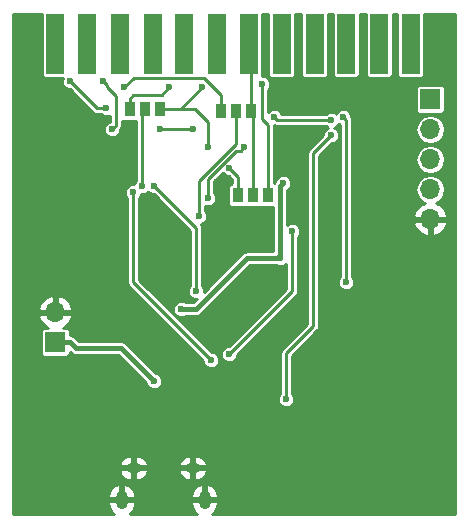
<source format=gbr>
G04 #@! TF.FileFunction,Copper,L2,Bot,Signal*
%FSLAX46Y46*%
G04 Gerber Fmt 4.6, Leading zero omitted, Abs format (unit mm)*
G04 Created by KiCad (PCBNEW 4.0.7) date Thursday, 17 May 2018 'PMt' 20:57:55*
%MOMM*%
%LPD*%
G01*
G04 APERTURE LIST*
%ADD10C,0.100000*%
%ADD11C,0.600000*%
%ADD12R,1.524000X5.080000*%
%ADD13O,1.250000X0.950000*%
%ADD14O,1.000000X1.550000*%
%ADD15R,1.700000X1.700000*%
%ADD16O,1.700000X1.700000*%
%ADD17R,0.965200X1.270000*%
%ADD18C,0.400000*%
%ADD19C,0.250000*%
%ADD20C,0.254000*%
G04 APERTURE END LIST*
D10*
D11*
X113284000Y-97536000D03*
X113538000Y-105410000D03*
X113284000Y-95250000D03*
X125984000Y-92964000D03*
X104394000Y-105410000D03*
X98298000Y-88138000D03*
X126238000Y-120650000D03*
X120904000Y-120650000D03*
X122936000Y-117094000D03*
X122428000Y-109220000D03*
X127508000Y-88900000D03*
X126238000Y-95758000D03*
X99060000Y-94742000D03*
X100584000Y-103124000D03*
X98552000Y-101600000D03*
D12*
X99568000Y-83185000D03*
X102235000Y-83185000D03*
X105029000Y-83185000D03*
X107823000Y-83185000D03*
X110490000Y-83185000D03*
X113284000Y-83185000D03*
X115951000Y-83185000D03*
X118745000Y-83185000D03*
X121539000Y-83185000D03*
X124206000Y-83185000D03*
X127000000Y-83185000D03*
X129667000Y-83185000D03*
D13*
X106211100Y-119087460D03*
X111211100Y-119087460D03*
D14*
X105211100Y-121787460D03*
X112211100Y-121787460D03*
D15*
X99568000Y-108458000D03*
D16*
X99568000Y-105918000D03*
D17*
X117602000Y-96012000D03*
X116332000Y-96012000D03*
X115062000Y-96012000D03*
D15*
X131318000Y-87884000D03*
D16*
X131318000Y-90424000D03*
X131318000Y-92964000D03*
X131318000Y-95504000D03*
X131318000Y-98044000D03*
D17*
X105854500Y-88709500D03*
X107124500Y-88709500D03*
X108394500Y-88709500D03*
X113601500Y-88900000D03*
X114871500Y-88900000D03*
X116141500Y-88900000D03*
D11*
X110236000Y-105664000D03*
X118872000Y-94996000D03*
X118618000Y-101346000D03*
X107950000Y-111760000D03*
X100838000Y-86360000D03*
X103886000Y-88646000D03*
X103632000Y-86360004D03*
X104394000Y-90424000D03*
X105409998Y-86868000D03*
X109220000Y-86868000D03*
X112522000Y-91948000D03*
X114300000Y-93726000D03*
X112014000Y-86868000D03*
X117094000Y-86614000D03*
X107950000Y-95250000D03*
X111506000Y-104140000D03*
X106172000Y-95758000D03*
X112776000Y-109982000D03*
X108458000Y-90424000D03*
X111252000Y-90424000D03*
X106934000Y-95250000D03*
X111721997Y-97790000D03*
X123952000Y-89408000D03*
X124206000Y-103378000D03*
X122936000Y-90932000D03*
X119126000Y-113284000D03*
X112522000Y-96266000D03*
X115570000Y-91948000D03*
X118110000Y-89408000D03*
X122936000Y-89662000D03*
X119634000Y-99060000D03*
X114300000Y-109474000D03*
D18*
X115824000Y-101346000D02*
X111506000Y-105664000D01*
X111506000Y-105664000D02*
X110236000Y-105664000D01*
X118618000Y-101346000D02*
X118618000Y-95250000D01*
X118618000Y-95250000D02*
X118872000Y-94996000D01*
X115824000Y-101346000D02*
X118618000Y-101346000D01*
X101326000Y-108966000D02*
X105156000Y-108966000D01*
X105156000Y-108966000D02*
X107950000Y-111760000D01*
X99568000Y-108458000D02*
X100818000Y-108458000D01*
X100818000Y-108458000D02*
X101326000Y-108966000D01*
D19*
X103886000Y-88646000D02*
X103124000Y-88646000D01*
X103124000Y-88646000D02*
X100838000Y-86360000D01*
X104394000Y-90424000D02*
X104693999Y-90124001D01*
X103931999Y-86660003D02*
X103632000Y-86360004D01*
X104693999Y-87585001D02*
X103931999Y-86823001D01*
X103931999Y-86823001D02*
X103931999Y-86660003D01*
X104693999Y-90124001D02*
X104693999Y-87585001D01*
X106217997Y-86060001D02*
X105409998Y-86868000D01*
X112131003Y-86060001D02*
X106217997Y-86060001D01*
X113601500Y-87530498D02*
X112131003Y-86060001D01*
X113601500Y-88900000D02*
X113601500Y-87530498D01*
X106185995Y-87493005D02*
X108594995Y-87493005D01*
X108594995Y-87493005D02*
X109220000Y-86868000D01*
X105854500Y-87824500D02*
X106185995Y-87493005D01*
X105854500Y-88709500D02*
X105854500Y-87824500D01*
X112522000Y-91948000D02*
X112522000Y-89825002D01*
X112522000Y-89825002D02*
X111406498Y-88709500D01*
X111406498Y-88709500D02*
X108394500Y-88709500D01*
X115062000Y-96012000D02*
X115062000Y-94488000D01*
X115062000Y-94488000D02*
X114300000Y-93726000D01*
X108394500Y-88709500D02*
X110172500Y-88709500D01*
X110172500Y-88709500D02*
X112014000Y-86868000D01*
X117602000Y-96012000D02*
X117602000Y-90079002D01*
X117602000Y-90079002D02*
X117094000Y-89571002D01*
X117094000Y-89571002D02*
X117094000Y-86614000D01*
X117348000Y-95758000D02*
X117602000Y-96012000D01*
X116141500Y-88900000D02*
X116141500Y-83375500D01*
X116141500Y-83375500D02*
X115951000Y-83185000D01*
X116332000Y-96012000D02*
X116332000Y-89090500D01*
X116332000Y-89090500D02*
X116141500Y-88900000D01*
X116332000Y-83566000D02*
X115951000Y-83185000D01*
X111506000Y-104140000D02*
X111506000Y-98806000D01*
X111506000Y-98806000D02*
X107950000Y-95250000D01*
X112776000Y-109982000D02*
X106172000Y-103378000D01*
X106172000Y-103378000D02*
X106172000Y-95758000D01*
X111252000Y-90424000D02*
X108458000Y-90424000D01*
X106934000Y-95250000D02*
X106934000Y-88900000D01*
X106934000Y-88900000D02*
X107124500Y-88709500D01*
X111721997Y-97790000D02*
X111721997Y-94780003D01*
X111721997Y-94780003D02*
X114871500Y-91630500D01*
X114871500Y-91630500D02*
X114871500Y-88900000D01*
X124206000Y-103378000D02*
X124206000Y-89662000D01*
X124206000Y-89662000D02*
X123952000Y-89408000D01*
X121412000Y-107097002D02*
X121412000Y-92456000D01*
X121412000Y-92456000D02*
X122936000Y-90932000D01*
X119126000Y-113284000D02*
X119126000Y-109383002D01*
X119126000Y-109383002D02*
X121412000Y-107097002D01*
X115570000Y-91948000D02*
X115270001Y-92247999D01*
X114890411Y-92247999D02*
X112522000Y-94616410D01*
X115270001Y-92247999D02*
X114890411Y-92247999D01*
X112522000Y-94616410D02*
X112522000Y-96266000D01*
X122936000Y-89662000D02*
X118364000Y-89662000D01*
X118364000Y-89662000D02*
X118110000Y-89408000D01*
X114300000Y-109474000D02*
X119634000Y-104140000D01*
X119634000Y-104140000D02*
X119634000Y-99060000D01*
D20*
G36*
X98417536Y-85725000D02*
X98444103Y-85866190D01*
X98527546Y-85995865D01*
X98654866Y-86082859D01*
X98806000Y-86113464D01*
X100202994Y-86113464D01*
X100157118Y-86223946D01*
X100156882Y-86494865D01*
X100260339Y-86745252D01*
X100451741Y-86936987D01*
X100701946Y-87040882D01*
X100803378Y-87040970D01*
X102766204Y-89003796D01*
X102930362Y-89113483D01*
X103124000Y-89152000D01*
X103428877Y-89152000D01*
X103499741Y-89222987D01*
X103749946Y-89326882D01*
X104020865Y-89327118D01*
X104187999Y-89258060D01*
X104187999Y-89772275D01*
X104008748Y-89846339D01*
X103817013Y-90037741D01*
X103713118Y-90287946D01*
X103712882Y-90558865D01*
X103816339Y-90809252D01*
X104007741Y-91000987D01*
X104257946Y-91104882D01*
X104528865Y-91105118D01*
X104779252Y-91001661D01*
X104970987Y-90810259D01*
X105074882Y-90560054D01*
X105074980Y-90447097D01*
X105136509Y-90355013D01*
X105161482Y-90317639D01*
X105199999Y-90124001D01*
X105199999Y-89688170D01*
X105220766Y-89702359D01*
X105371900Y-89732964D01*
X106337100Y-89732964D01*
X106428000Y-89715860D01*
X106428000Y-94792877D01*
X106357013Y-94863741D01*
X106268425Y-95077083D01*
X106037135Y-95076882D01*
X105786748Y-95180339D01*
X105595013Y-95371741D01*
X105491118Y-95621946D01*
X105490882Y-95892865D01*
X105594339Y-96143252D01*
X105666000Y-96215038D01*
X105666000Y-103378000D01*
X105704517Y-103571638D01*
X105814204Y-103735796D01*
X112094969Y-110016561D01*
X112094882Y-110116865D01*
X112198339Y-110367252D01*
X112389741Y-110558987D01*
X112639946Y-110662882D01*
X112910865Y-110663118D01*
X113161252Y-110559661D01*
X113352987Y-110368259D01*
X113456882Y-110118054D01*
X113457118Y-109847135D01*
X113353661Y-109596748D01*
X113162259Y-109405013D01*
X112912054Y-109301118D01*
X112810622Y-109301030D01*
X106678000Y-103168408D01*
X106678000Y-96215123D01*
X106748987Y-96144259D01*
X106837575Y-95930917D01*
X107068865Y-95931118D01*
X107319252Y-95827661D01*
X107442046Y-95705080D01*
X107563741Y-95826987D01*
X107813946Y-95930882D01*
X107915378Y-95930970D01*
X111000000Y-99015592D01*
X111000000Y-103682877D01*
X110929013Y-103753741D01*
X110825118Y-104003946D01*
X110824882Y-104274865D01*
X110928339Y-104525252D01*
X111119741Y-104716987D01*
X111369946Y-104820882D01*
X111527323Y-104821019D01*
X111265342Y-105083000D01*
X110612595Y-105083000D01*
X110372054Y-104983118D01*
X110101135Y-104982882D01*
X109850748Y-105086339D01*
X109659013Y-105277741D01*
X109555118Y-105527946D01*
X109554882Y-105798865D01*
X109658339Y-106049252D01*
X109849741Y-106240987D01*
X110099946Y-106344882D01*
X110370865Y-106345118D01*
X110613171Y-106245000D01*
X111506000Y-106245000D01*
X111728339Y-106200774D01*
X111916829Y-106074829D01*
X116064658Y-101927000D01*
X118241405Y-101927000D01*
X118481946Y-102026882D01*
X118752865Y-102027118D01*
X119003252Y-101923661D01*
X119128000Y-101799130D01*
X119128000Y-103930408D01*
X114265439Y-108792969D01*
X114165135Y-108792882D01*
X113914748Y-108896339D01*
X113723013Y-109087741D01*
X113619118Y-109337946D01*
X113618882Y-109608865D01*
X113722339Y-109859252D01*
X113913741Y-110050987D01*
X114163946Y-110154882D01*
X114434865Y-110155118D01*
X114685252Y-110051661D01*
X114876987Y-109860259D01*
X114980882Y-109610054D01*
X114980970Y-109508622D01*
X119991796Y-104497796D01*
X120101483Y-104333638D01*
X120140000Y-104140000D01*
X120140000Y-99517123D01*
X120210987Y-99446259D01*
X120314882Y-99196054D01*
X120315118Y-98925135D01*
X120211661Y-98674748D01*
X120020259Y-98483013D01*
X119770054Y-98379118D01*
X119499135Y-98378882D01*
X119248748Y-98482339D01*
X119199000Y-98532001D01*
X119199000Y-95597730D01*
X119257252Y-95573661D01*
X119448987Y-95382259D01*
X119552882Y-95132054D01*
X119553118Y-94861135D01*
X119449661Y-94610748D01*
X119258259Y-94419013D01*
X119008054Y-94315118D01*
X118737135Y-94314882D01*
X118486748Y-94418339D01*
X118295013Y-94609741D01*
X118191118Y-94859946D01*
X118191115Y-94863200D01*
X118108000Y-94987591D01*
X118108000Y-90088999D01*
X118109775Y-90089000D01*
X118170362Y-90129483D01*
X118364000Y-90168000D01*
X122478877Y-90168000D01*
X122549741Y-90238987D01*
X122689485Y-90297014D01*
X122550748Y-90354339D01*
X122359013Y-90545741D01*
X122255118Y-90795946D01*
X122255030Y-90897378D01*
X121054204Y-92098204D01*
X120944517Y-92262362D01*
X120906000Y-92456000D01*
X120906000Y-106887410D01*
X118768204Y-109025206D01*
X118658517Y-109189364D01*
X118620000Y-109383002D01*
X118620000Y-112826877D01*
X118549013Y-112897741D01*
X118445118Y-113147946D01*
X118444882Y-113418865D01*
X118548339Y-113669252D01*
X118739741Y-113860987D01*
X118989946Y-113964882D01*
X119260865Y-113965118D01*
X119511252Y-113861661D01*
X119702987Y-113670259D01*
X119806882Y-113420054D01*
X119807118Y-113149135D01*
X119703661Y-112898748D01*
X119632000Y-112826962D01*
X119632000Y-109592594D01*
X121769796Y-107454798D01*
X121879483Y-107290640D01*
X121918000Y-107097002D01*
X121918000Y-92665592D01*
X122970561Y-91613031D01*
X123070865Y-91613118D01*
X123321252Y-91509661D01*
X123512987Y-91318259D01*
X123616882Y-91068054D01*
X123617118Y-90797135D01*
X123513661Y-90546748D01*
X123322259Y-90355013D01*
X123182515Y-90296986D01*
X123321252Y-90239661D01*
X123512987Y-90048259D01*
X123547039Y-89966253D01*
X123565741Y-89984987D01*
X123700000Y-90040737D01*
X123700000Y-102920877D01*
X123629013Y-102991741D01*
X123525118Y-103241946D01*
X123524882Y-103512865D01*
X123628339Y-103763252D01*
X123819741Y-103954987D01*
X124069946Y-104058882D01*
X124340865Y-104059118D01*
X124591252Y-103955661D01*
X124782987Y-103764259D01*
X124886882Y-103514054D01*
X124887118Y-103243135D01*
X124783661Y-102992748D01*
X124712000Y-102920962D01*
X124712000Y-98400890D01*
X129876524Y-98400890D01*
X130046355Y-98810924D01*
X130436642Y-99239183D01*
X130961108Y-99485486D01*
X131191000Y-99364819D01*
X131191000Y-98171000D01*
X131445000Y-98171000D01*
X131445000Y-99364819D01*
X131674892Y-99485486D01*
X132199358Y-99239183D01*
X132589645Y-98810924D01*
X132759476Y-98400890D01*
X132638155Y-98171000D01*
X131445000Y-98171000D01*
X131191000Y-98171000D01*
X129997845Y-98171000D01*
X129876524Y-98400890D01*
X124712000Y-98400890D01*
X124712000Y-97687110D01*
X129876524Y-97687110D01*
X129997845Y-97917000D01*
X131191000Y-97917000D01*
X131191000Y-97897000D01*
X131445000Y-97897000D01*
X131445000Y-97917000D01*
X132638155Y-97917000D01*
X132759476Y-97687110D01*
X132589645Y-97277076D01*
X132199358Y-96848817D01*
X131774053Y-96649083D01*
X131813200Y-96641296D01*
X132212565Y-96374448D01*
X132479413Y-95975083D01*
X132573117Y-95504000D01*
X132479413Y-95032917D01*
X132212565Y-94633552D01*
X131813200Y-94366704D01*
X131342117Y-94273000D01*
X131293883Y-94273000D01*
X130822800Y-94366704D01*
X130423435Y-94633552D01*
X130156587Y-95032917D01*
X130062883Y-95504000D01*
X130156587Y-95975083D01*
X130423435Y-96374448D01*
X130822800Y-96641296D01*
X130861947Y-96649083D01*
X130436642Y-96848817D01*
X130046355Y-97277076D01*
X129876524Y-97687110D01*
X124712000Y-97687110D01*
X124712000Y-92964000D01*
X130062883Y-92964000D01*
X130156587Y-93435083D01*
X130423435Y-93834448D01*
X130822800Y-94101296D01*
X131293883Y-94195000D01*
X131342117Y-94195000D01*
X131813200Y-94101296D01*
X132212565Y-93834448D01*
X132479413Y-93435083D01*
X132573117Y-92964000D01*
X132479413Y-92492917D01*
X132212565Y-92093552D01*
X131813200Y-91826704D01*
X131342117Y-91733000D01*
X131293883Y-91733000D01*
X130822800Y-91826704D01*
X130423435Y-92093552D01*
X130156587Y-92492917D01*
X130062883Y-92964000D01*
X124712000Y-92964000D01*
X124712000Y-90424000D01*
X130062883Y-90424000D01*
X130156587Y-90895083D01*
X130423435Y-91294448D01*
X130822800Y-91561296D01*
X131293883Y-91655000D01*
X131342117Y-91655000D01*
X131813200Y-91561296D01*
X132212565Y-91294448D01*
X132479413Y-90895083D01*
X132573117Y-90424000D01*
X132479413Y-89952917D01*
X132212565Y-89553552D01*
X131813200Y-89286704D01*
X131342117Y-89193000D01*
X131293883Y-89193000D01*
X130822800Y-89286704D01*
X130423435Y-89553552D01*
X130156587Y-89952917D01*
X130062883Y-90424000D01*
X124712000Y-90424000D01*
X124712000Y-89662000D01*
X124673483Y-89468362D01*
X124633001Y-89407776D01*
X124633118Y-89273135D01*
X124529661Y-89022748D01*
X124338259Y-88831013D01*
X124088054Y-88727118D01*
X123817135Y-88726882D01*
X123566748Y-88830339D01*
X123375013Y-89021741D01*
X123340961Y-89103747D01*
X123322259Y-89085013D01*
X123072054Y-88981118D01*
X122801135Y-88980882D01*
X122550748Y-89084339D01*
X122478962Y-89156000D01*
X118742719Y-89156000D01*
X118687661Y-89022748D01*
X118496259Y-88831013D01*
X118246054Y-88727118D01*
X117975135Y-88726882D01*
X117724748Y-88830339D01*
X117600000Y-88954870D01*
X117600000Y-87071123D01*
X117637187Y-87034000D01*
X130079536Y-87034000D01*
X130079536Y-88734000D01*
X130106103Y-88875190D01*
X130189546Y-89004865D01*
X130316866Y-89091859D01*
X130468000Y-89122464D01*
X132168000Y-89122464D01*
X132309190Y-89095897D01*
X132438865Y-89012454D01*
X132525859Y-88885134D01*
X132556464Y-88734000D01*
X132556464Y-87034000D01*
X132529897Y-86892810D01*
X132446454Y-86763135D01*
X132319134Y-86676141D01*
X132168000Y-86645536D01*
X130468000Y-86645536D01*
X130326810Y-86672103D01*
X130197135Y-86755546D01*
X130110141Y-86882866D01*
X130079536Y-87034000D01*
X117637187Y-87034000D01*
X117670987Y-87000259D01*
X117774882Y-86750054D01*
X117775118Y-86479135D01*
X117671661Y-86228748D01*
X117480259Y-86037013D01*
X117230054Y-85933118D01*
X117032041Y-85932946D01*
X117070859Y-85876134D01*
X117101464Y-85725000D01*
X117101464Y-80645000D01*
X117594536Y-80645000D01*
X117594536Y-85725000D01*
X117621103Y-85866190D01*
X117704546Y-85995865D01*
X117831866Y-86082859D01*
X117983000Y-86113464D01*
X119507000Y-86113464D01*
X119648190Y-86086897D01*
X119777865Y-86003454D01*
X119864859Y-85876134D01*
X119895464Y-85725000D01*
X119895464Y-80645000D01*
X120388536Y-80645000D01*
X120388536Y-85725000D01*
X120415103Y-85866190D01*
X120498546Y-85995865D01*
X120625866Y-86082859D01*
X120777000Y-86113464D01*
X122301000Y-86113464D01*
X122442190Y-86086897D01*
X122571865Y-86003454D01*
X122658859Y-85876134D01*
X122689464Y-85725000D01*
X122689464Y-80645000D01*
X123055536Y-80645000D01*
X123055536Y-85725000D01*
X123082103Y-85866190D01*
X123165546Y-85995865D01*
X123292866Y-86082859D01*
X123444000Y-86113464D01*
X124968000Y-86113464D01*
X125109190Y-86086897D01*
X125238865Y-86003454D01*
X125325859Y-85876134D01*
X125356464Y-85725000D01*
X125356464Y-80645000D01*
X125849536Y-80645000D01*
X125849536Y-85725000D01*
X125876103Y-85866190D01*
X125959546Y-85995865D01*
X126086866Y-86082859D01*
X126238000Y-86113464D01*
X127762000Y-86113464D01*
X127903190Y-86086897D01*
X128032865Y-86003454D01*
X128119859Y-85876134D01*
X128150464Y-85725000D01*
X128150464Y-80645000D01*
X128516536Y-80645000D01*
X128516536Y-85725000D01*
X128543103Y-85866190D01*
X128626546Y-85995865D01*
X128753866Y-86082859D01*
X128905000Y-86113464D01*
X130429000Y-86113464D01*
X130570190Y-86086897D01*
X130699865Y-86003454D01*
X130786859Y-85876134D01*
X130817464Y-85725000D01*
X130817464Y-80645000D01*
X133402000Y-80645000D01*
X133402000Y-122988000D01*
X112856304Y-122988000D01*
X112923863Y-122954828D01*
X113211102Y-122614138D01*
X113346100Y-122189460D01*
X113346100Y-121914460D01*
X112338100Y-121914460D01*
X112338100Y-121934460D01*
X112084100Y-121934460D01*
X112084100Y-121914460D01*
X111076100Y-121914460D01*
X111076100Y-122189460D01*
X111211098Y-122614138D01*
X111498337Y-122954828D01*
X111565896Y-122988000D01*
X105856304Y-122988000D01*
X105923863Y-122954828D01*
X106211102Y-122614138D01*
X106346100Y-122189460D01*
X106346100Y-121914460D01*
X105338100Y-121914460D01*
X105338100Y-121934460D01*
X105084100Y-121934460D01*
X105084100Y-121914460D01*
X104076100Y-121914460D01*
X104076100Y-122189460D01*
X104211098Y-122614138D01*
X104498337Y-122954828D01*
X104565896Y-122988000D01*
X95960000Y-122988000D01*
X95960000Y-121385460D01*
X104076100Y-121385460D01*
X104076100Y-121660460D01*
X105084100Y-121660460D01*
X105084100Y-120544506D01*
X105338100Y-120544506D01*
X105338100Y-121660460D01*
X106346100Y-121660460D01*
X106346100Y-121385460D01*
X111076100Y-121385460D01*
X111076100Y-121660460D01*
X112084100Y-121660460D01*
X112084100Y-120544506D01*
X112338100Y-120544506D01*
X112338100Y-121660460D01*
X113346100Y-121660460D01*
X113346100Y-121385460D01*
X113211102Y-120960782D01*
X112923863Y-120620092D01*
X112512974Y-120418341D01*
X112338100Y-120544506D01*
X112084100Y-120544506D01*
X111909226Y-120418341D01*
X111498337Y-120620092D01*
X111211098Y-120960782D01*
X111076100Y-121385460D01*
X106346100Y-121385460D01*
X106211102Y-120960782D01*
X105923863Y-120620092D01*
X105512974Y-120418341D01*
X105338100Y-120544506D01*
X105084100Y-120544506D01*
X104909226Y-120418341D01*
X104498337Y-120620092D01*
X104211098Y-120960782D01*
X104076100Y-121385460D01*
X95960000Y-121385460D01*
X95960000Y-119385398D01*
X104991832Y-119385398D01*
X105175548Y-119759281D01*
X105500051Y-120047028D01*
X105909969Y-120188689D01*
X106084100Y-120040023D01*
X106084100Y-119214460D01*
X106338100Y-119214460D01*
X106338100Y-120040023D01*
X106512231Y-120188689D01*
X106922149Y-120047028D01*
X107246652Y-119759281D01*
X107430368Y-119385398D01*
X109991832Y-119385398D01*
X110175548Y-119759281D01*
X110500051Y-120047028D01*
X110909969Y-120188689D01*
X111084100Y-120040023D01*
X111084100Y-119214460D01*
X111338100Y-119214460D01*
X111338100Y-120040023D01*
X111512231Y-120188689D01*
X111922149Y-120047028D01*
X112246652Y-119759281D01*
X112430368Y-119385398D01*
X112303834Y-119214460D01*
X111338100Y-119214460D01*
X111084100Y-119214460D01*
X110118366Y-119214460D01*
X109991832Y-119385398D01*
X107430368Y-119385398D01*
X107303834Y-119214460D01*
X106338100Y-119214460D01*
X106084100Y-119214460D01*
X105118366Y-119214460D01*
X104991832Y-119385398D01*
X95960000Y-119385398D01*
X95960000Y-118789522D01*
X104991832Y-118789522D01*
X105118366Y-118960460D01*
X106084100Y-118960460D01*
X106084100Y-118134897D01*
X106338100Y-118134897D01*
X106338100Y-118960460D01*
X107303834Y-118960460D01*
X107430368Y-118789522D01*
X109991832Y-118789522D01*
X110118366Y-118960460D01*
X111084100Y-118960460D01*
X111084100Y-118134897D01*
X111338100Y-118134897D01*
X111338100Y-118960460D01*
X112303834Y-118960460D01*
X112430368Y-118789522D01*
X112246652Y-118415639D01*
X111922149Y-118127892D01*
X111512231Y-117986231D01*
X111338100Y-118134897D01*
X111084100Y-118134897D01*
X110909969Y-117986231D01*
X110500051Y-118127892D01*
X110175548Y-118415639D01*
X109991832Y-118789522D01*
X107430368Y-118789522D01*
X107246652Y-118415639D01*
X106922149Y-118127892D01*
X106512231Y-117986231D01*
X106338100Y-118134897D01*
X106084100Y-118134897D01*
X105909969Y-117986231D01*
X105500051Y-118127892D01*
X105175548Y-118415639D01*
X104991832Y-118789522D01*
X95960000Y-118789522D01*
X95960000Y-106274890D01*
X98126524Y-106274890D01*
X98296355Y-106684924D01*
X98686642Y-107113183D01*
X98913105Y-107219536D01*
X98718000Y-107219536D01*
X98576810Y-107246103D01*
X98447135Y-107329546D01*
X98360141Y-107456866D01*
X98329536Y-107608000D01*
X98329536Y-109308000D01*
X98356103Y-109449190D01*
X98439546Y-109578865D01*
X98566866Y-109665859D01*
X98718000Y-109696464D01*
X100418000Y-109696464D01*
X100559190Y-109669897D01*
X100688865Y-109586454D01*
X100775859Y-109459134D01*
X100806464Y-109308000D01*
X100806464Y-109268122D01*
X100915171Y-109376829D01*
X101103661Y-109502774D01*
X101326000Y-109547000D01*
X104915342Y-109547000D01*
X107272878Y-111904536D01*
X107372339Y-112145252D01*
X107563741Y-112336987D01*
X107813946Y-112440882D01*
X108084865Y-112441118D01*
X108335252Y-112337661D01*
X108526987Y-112146259D01*
X108630882Y-111896054D01*
X108631118Y-111625135D01*
X108527661Y-111374748D01*
X108336259Y-111183013D01*
X108094129Y-111082471D01*
X105566829Y-108555171D01*
X105378339Y-108429226D01*
X105156000Y-108385000D01*
X101566658Y-108385000D01*
X101228829Y-108047171D01*
X101040339Y-107921226D01*
X100818000Y-107877000D01*
X100806464Y-107877000D01*
X100806464Y-107608000D01*
X100779897Y-107466810D01*
X100696454Y-107337135D01*
X100569134Y-107250141D01*
X100418000Y-107219536D01*
X100222895Y-107219536D01*
X100449358Y-107113183D01*
X100839645Y-106684924D01*
X101009476Y-106274890D01*
X100888155Y-106045000D01*
X99695000Y-106045000D01*
X99695000Y-106065000D01*
X99441000Y-106065000D01*
X99441000Y-106045000D01*
X98247845Y-106045000D01*
X98126524Y-106274890D01*
X95960000Y-106274890D01*
X95960000Y-105561110D01*
X98126524Y-105561110D01*
X98247845Y-105791000D01*
X99441000Y-105791000D01*
X99441000Y-104597181D01*
X99695000Y-104597181D01*
X99695000Y-105791000D01*
X100888155Y-105791000D01*
X101009476Y-105561110D01*
X100839645Y-105151076D01*
X100449358Y-104722817D01*
X99924892Y-104476514D01*
X99695000Y-104597181D01*
X99441000Y-104597181D01*
X99211108Y-104476514D01*
X98686642Y-104722817D01*
X98296355Y-105151076D01*
X98126524Y-105561110D01*
X95960000Y-105561110D01*
X95960000Y-80645000D01*
X98417536Y-80645000D01*
X98417536Y-85725000D01*
X98417536Y-85725000D01*
G37*
X98417536Y-85725000D02*
X98444103Y-85866190D01*
X98527546Y-85995865D01*
X98654866Y-86082859D01*
X98806000Y-86113464D01*
X100202994Y-86113464D01*
X100157118Y-86223946D01*
X100156882Y-86494865D01*
X100260339Y-86745252D01*
X100451741Y-86936987D01*
X100701946Y-87040882D01*
X100803378Y-87040970D01*
X102766204Y-89003796D01*
X102930362Y-89113483D01*
X103124000Y-89152000D01*
X103428877Y-89152000D01*
X103499741Y-89222987D01*
X103749946Y-89326882D01*
X104020865Y-89327118D01*
X104187999Y-89258060D01*
X104187999Y-89772275D01*
X104008748Y-89846339D01*
X103817013Y-90037741D01*
X103713118Y-90287946D01*
X103712882Y-90558865D01*
X103816339Y-90809252D01*
X104007741Y-91000987D01*
X104257946Y-91104882D01*
X104528865Y-91105118D01*
X104779252Y-91001661D01*
X104970987Y-90810259D01*
X105074882Y-90560054D01*
X105074980Y-90447097D01*
X105136509Y-90355013D01*
X105161482Y-90317639D01*
X105199999Y-90124001D01*
X105199999Y-89688170D01*
X105220766Y-89702359D01*
X105371900Y-89732964D01*
X106337100Y-89732964D01*
X106428000Y-89715860D01*
X106428000Y-94792877D01*
X106357013Y-94863741D01*
X106268425Y-95077083D01*
X106037135Y-95076882D01*
X105786748Y-95180339D01*
X105595013Y-95371741D01*
X105491118Y-95621946D01*
X105490882Y-95892865D01*
X105594339Y-96143252D01*
X105666000Y-96215038D01*
X105666000Y-103378000D01*
X105704517Y-103571638D01*
X105814204Y-103735796D01*
X112094969Y-110016561D01*
X112094882Y-110116865D01*
X112198339Y-110367252D01*
X112389741Y-110558987D01*
X112639946Y-110662882D01*
X112910865Y-110663118D01*
X113161252Y-110559661D01*
X113352987Y-110368259D01*
X113456882Y-110118054D01*
X113457118Y-109847135D01*
X113353661Y-109596748D01*
X113162259Y-109405013D01*
X112912054Y-109301118D01*
X112810622Y-109301030D01*
X106678000Y-103168408D01*
X106678000Y-96215123D01*
X106748987Y-96144259D01*
X106837575Y-95930917D01*
X107068865Y-95931118D01*
X107319252Y-95827661D01*
X107442046Y-95705080D01*
X107563741Y-95826987D01*
X107813946Y-95930882D01*
X107915378Y-95930970D01*
X111000000Y-99015592D01*
X111000000Y-103682877D01*
X110929013Y-103753741D01*
X110825118Y-104003946D01*
X110824882Y-104274865D01*
X110928339Y-104525252D01*
X111119741Y-104716987D01*
X111369946Y-104820882D01*
X111527323Y-104821019D01*
X111265342Y-105083000D01*
X110612595Y-105083000D01*
X110372054Y-104983118D01*
X110101135Y-104982882D01*
X109850748Y-105086339D01*
X109659013Y-105277741D01*
X109555118Y-105527946D01*
X109554882Y-105798865D01*
X109658339Y-106049252D01*
X109849741Y-106240987D01*
X110099946Y-106344882D01*
X110370865Y-106345118D01*
X110613171Y-106245000D01*
X111506000Y-106245000D01*
X111728339Y-106200774D01*
X111916829Y-106074829D01*
X116064658Y-101927000D01*
X118241405Y-101927000D01*
X118481946Y-102026882D01*
X118752865Y-102027118D01*
X119003252Y-101923661D01*
X119128000Y-101799130D01*
X119128000Y-103930408D01*
X114265439Y-108792969D01*
X114165135Y-108792882D01*
X113914748Y-108896339D01*
X113723013Y-109087741D01*
X113619118Y-109337946D01*
X113618882Y-109608865D01*
X113722339Y-109859252D01*
X113913741Y-110050987D01*
X114163946Y-110154882D01*
X114434865Y-110155118D01*
X114685252Y-110051661D01*
X114876987Y-109860259D01*
X114980882Y-109610054D01*
X114980970Y-109508622D01*
X119991796Y-104497796D01*
X120101483Y-104333638D01*
X120140000Y-104140000D01*
X120140000Y-99517123D01*
X120210987Y-99446259D01*
X120314882Y-99196054D01*
X120315118Y-98925135D01*
X120211661Y-98674748D01*
X120020259Y-98483013D01*
X119770054Y-98379118D01*
X119499135Y-98378882D01*
X119248748Y-98482339D01*
X119199000Y-98532001D01*
X119199000Y-95597730D01*
X119257252Y-95573661D01*
X119448987Y-95382259D01*
X119552882Y-95132054D01*
X119553118Y-94861135D01*
X119449661Y-94610748D01*
X119258259Y-94419013D01*
X119008054Y-94315118D01*
X118737135Y-94314882D01*
X118486748Y-94418339D01*
X118295013Y-94609741D01*
X118191118Y-94859946D01*
X118191115Y-94863200D01*
X118108000Y-94987591D01*
X118108000Y-90088999D01*
X118109775Y-90089000D01*
X118170362Y-90129483D01*
X118364000Y-90168000D01*
X122478877Y-90168000D01*
X122549741Y-90238987D01*
X122689485Y-90297014D01*
X122550748Y-90354339D01*
X122359013Y-90545741D01*
X122255118Y-90795946D01*
X122255030Y-90897378D01*
X121054204Y-92098204D01*
X120944517Y-92262362D01*
X120906000Y-92456000D01*
X120906000Y-106887410D01*
X118768204Y-109025206D01*
X118658517Y-109189364D01*
X118620000Y-109383002D01*
X118620000Y-112826877D01*
X118549013Y-112897741D01*
X118445118Y-113147946D01*
X118444882Y-113418865D01*
X118548339Y-113669252D01*
X118739741Y-113860987D01*
X118989946Y-113964882D01*
X119260865Y-113965118D01*
X119511252Y-113861661D01*
X119702987Y-113670259D01*
X119806882Y-113420054D01*
X119807118Y-113149135D01*
X119703661Y-112898748D01*
X119632000Y-112826962D01*
X119632000Y-109592594D01*
X121769796Y-107454798D01*
X121879483Y-107290640D01*
X121918000Y-107097002D01*
X121918000Y-92665592D01*
X122970561Y-91613031D01*
X123070865Y-91613118D01*
X123321252Y-91509661D01*
X123512987Y-91318259D01*
X123616882Y-91068054D01*
X123617118Y-90797135D01*
X123513661Y-90546748D01*
X123322259Y-90355013D01*
X123182515Y-90296986D01*
X123321252Y-90239661D01*
X123512987Y-90048259D01*
X123547039Y-89966253D01*
X123565741Y-89984987D01*
X123700000Y-90040737D01*
X123700000Y-102920877D01*
X123629013Y-102991741D01*
X123525118Y-103241946D01*
X123524882Y-103512865D01*
X123628339Y-103763252D01*
X123819741Y-103954987D01*
X124069946Y-104058882D01*
X124340865Y-104059118D01*
X124591252Y-103955661D01*
X124782987Y-103764259D01*
X124886882Y-103514054D01*
X124887118Y-103243135D01*
X124783661Y-102992748D01*
X124712000Y-102920962D01*
X124712000Y-98400890D01*
X129876524Y-98400890D01*
X130046355Y-98810924D01*
X130436642Y-99239183D01*
X130961108Y-99485486D01*
X131191000Y-99364819D01*
X131191000Y-98171000D01*
X131445000Y-98171000D01*
X131445000Y-99364819D01*
X131674892Y-99485486D01*
X132199358Y-99239183D01*
X132589645Y-98810924D01*
X132759476Y-98400890D01*
X132638155Y-98171000D01*
X131445000Y-98171000D01*
X131191000Y-98171000D01*
X129997845Y-98171000D01*
X129876524Y-98400890D01*
X124712000Y-98400890D01*
X124712000Y-97687110D01*
X129876524Y-97687110D01*
X129997845Y-97917000D01*
X131191000Y-97917000D01*
X131191000Y-97897000D01*
X131445000Y-97897000D01*
X131445000Y-97917000D01*
X132638155Y-97917000D01*
X132759476Y-97687110D01*
X132589645Y-97277076D01*
X132199358Y-96848817D01*
X131774053Y-96649083D01*
X131813200Y-96641296D01*
X132212565Y-96374448D01*
X132479413Y-95975083D01*
X132573117Y-95504000D01*
X132479413Y-95032917D01*
X132212565Y-94633552D01*
X131813200Y-94366704D01*
X131342117Y-94273000D01*
X131293883Y-94273000D01*
X130822800Y-94366704D01*
X130423435Y-94633552D01*
X130156587Y-95032917D01*
X130062883Y-95504000D01*
X130156587Y-95975083D01*
X130423435Y-96374448D01*
X130822800Y-96641296D01*
X130861947Y-96649083D01*
X130436642Y-96848817D01*
X130046355Y-97277076D01*
X129876524Y-97687110D01*
X124712000Y-97687110D01*
X124712000Y-92964000D01*
X130062883Y-92964000D01*
X130156587Y-93435083D01*
X130423435Y-93834448D01*
X130822800Y-94101296D01*
X131293883Y-94195000D01*
X131342117Y-94195000D01*
X131813200Y-94101296D01*
X132212565Y-93834448D01*
X132479413Y-93435083D01*
X132573117Y-92964000D01*
X132479413Y-92492917D01*
X132212565Y-92093552D01*
X131813200Y-91826704D01*
X131342117Y-91733000D01*
X131293883Y-91733000D01*
X130822800Y-91826704D01*
X130423435Y-92093552D01*
X130156587Y-92492917D01*
X130062883Y-92964000D01*
X124712000Y-92964000D01*
X124712000Y-90424000D01*
X130062883Y-90424000D01*
X130156587Y-90895083D01*
X130423435Y-91294448D01*
X130822800Y-91561296D01*
X131293883Y-91655000D01*
X131342117Y-91655000D01*
X131813200Y-91561296D01*
X132212565Y-91294448D01*
X132479413Y-90895083D01*
X132573117Y-90424000D01*
X132479413Y-89952917D01*
X132212565Y-89553552D01*
X131813200Y-89286704D01*
X131342117Y-89193000D01*
X131293883Y-89193000D01*
X130822800Y-89286704D01*
X130423435Y-89553552D01*
X130156587Y-89952917D01*
X130062883Y-90424000D01*
X124712000Y-90424000D01*
X124712000Y-89662000D01*
X124673483Y-89468362D01*
X124633001Y-89407776D01*
X124633118Y-89273135D01*
X124529661Y-89022748D01*
X124338259Y-88831013D01*
X124088054Y-88727118D01*
X123817135Y-88726882D01*
X123566748Y-88830339D01*
X123375013Y-89021741D01*
X123340961Y-89103747D01*
X123322259Y-89085013D01*
X123072054Y-88981118D01*
X122801135Y-88980882D01*
X122550748Y-89084339D01*
X122478962Y-89156000D01*
X118742719Y-89156000D01*
X118687661Y-89022748D01*
X118496259Y-88831013D01*
X118246054Y-88727118D01*
X117975135Y-88726882D01*
X117724748Y-88830339D01*
X117600000Y-88954870D01*
X117600000Y-87071123D01*
X117637187Y-87034000D01*
X130079536Y-87034000D01*
X130079536Y-88734000D01*
X130106103Y-88875190D01*
X130189546Y-89004865D01*
X130316866Y-89091859D01*
X130468000Y-89122464D01*
X132168000Y-89122464D01*
X132309190Y-89095897D01*
X132438865Y-89012454D01*
X132525859Y-88885134D01*
X132556464Y-88734000D01*
X132556464Y-87034000D01*
X132529897Y-86892810D01*
X132446454Y-86763135D01*
X132319134Y-86676141D01*
X132168000Y-86645536D01*
X130468000Y-86645536D01*
X130326810Y-86672103D01*
X130197135Y-86755546D01*
X130110141Y-86882866D01*
X130079536Y-87034000D01*
X117637187Y-87034000D01*
X117670987Y-87000259D01*
X117774882Y-86750054D01*
X117775118Y-86479135D01*
X117671661Y-86228748D01*
X117480259Y-86037013D01*
X117230054Y-85933118D01*
X117032041Y-85932946D01*
X117070859Y-85876134D01*
X117101464Y-85725000D01*
X117101464Y-80645000D01*
X117594536Y-80645000D01*
X117594536Y-85725000D01*
X117621103Y-85866190D01*
X117704546Y-85995865D01*
X117831866Y-86082859D01*
X117983000Y-86113464D01*
X119507000Y-86113464D01*
X119648190Y-86086897D01*
X119777865Y-86003454D01*
X119864859Y-85876134D01*
X119895464Y-85725000D01*
X119895464Y-80645000D01*
X120388536Y-80645000D01*
X120388536Y-85725000D01*
X120415103Y-85866190D01*
X120498546Y-85995865D01*
X120625866Y-86082859D01*
X120777000Y-86113464D01*
X122301000Y-86113464D01*
X122442190Y-86086897D01*
X122571865Y-86003454D01*
X122658859Y-85876134D01*
X122689464Y-85725000D01*
X122689464Y-80645000D01*
X123055536Y-80645000D01*
X123055536Y-85725000D01*
X123082103Y-85866190D01*
X123165546Y-85995865D01*
X123292866Y-86082859D01*
X123444000Y-86113464D01*
X124968000Y-86113464D01*
X125109190Y-86086897D01*
X125238865Y-86003454D01*
X125325859Y-85876134D01*
X125356464Y-85725000D01*
X125356464Y-80645000D01*
X125849536Y-80645000D01*
X125849536Y-85725000D01*
X125876103Y-85866190D01*
X125959546Y-85995865D01*
X126086866Y-86082859D01*
X126238000Y-86113464D01*
X127762000Y-86113464D01*
X127903190Y-86086897D01*
X128032865Y-86003454D01*
X128119859Y-85876134D01*
X128150464Y-85725000D01*
X128150464Y-80645000D01*
X128516536Y-80645000D01*
X128516536Y-85725000D01*
X128543103Y-85866190D01*
X128626546Y-85995865D01*
X128753866Y-86082859D01*
X128905000Y-86113464D01*
X130429000Y-86113464D01*
X130570190Y-86086897D01*
X130699865Y-86003454D01*
X130786859Y-85876134D01*
X130817464Y-85725000D01*
X130817464Y-80645000D01*
X133402000Y-80645000D01*
X133402000Y-122988000D01*
X112856304Y-122988000D01*
X112923863Y-122954828D01*
X113211102Y-122614138D01*
X113346100Y-122189460D01*
X113346100Y-121914460D01*
X112338100Y-121914460D01*
X112338100Y-121934460D01*
X112084100Y-121934460D01*
X112084100Y-121914460D01*
X111076100Y-121914460D01*
X111076100Y-122189460D01*
X111211098Y-122614138D01*
X111498337Y-122954828D01*
X111565896Y-122988000D01*
X105856304Y-122988000D01*
X105923863Y-122954828D01*
X106211102Y-122614138D01*
X106346100Y-122189460D01*
X106346100Y-121914460D01*
X105338100Y-121914460D01*
X105338100Y-121934460D01*
X105084100Y-121934460D01*
X105084100Y-121914460D01*
X104076100Y-121914460D01*
X104076100Y-122189460D01*
X104211098Y-122614138D01*
X104498337Y-122954828D01*
X104565896Y-122988000D01*
X95960000Y-122988000D01*
X95960000Y-121385460D01*
X104076100Y-121385460D01*
X104076100Y-121660460D01*
X105084100Y-121660460D01*
X105084100Y-120544506D01*
X105338100Y-120544506D01*
X105338100Y-121660460D01*
X106346100Y-121660460D01*
X106346100Y-121385460D01*
X111076100Y-121385460D01*
X111076100Y-121660460D01*
X112084100Y-121660460D01*
X112084100Y-120544506D01*
X112338100Y-120544506D01*
X112338100Y-121660460D01*
X113346100Y-121660460D01*
X113346100Y-121385460D01*
X113211102Y-120960782D01*
X112923863Y-120620092D01*
X112512974Y-120418341D01*
X112338100Y-120544506D01*
X112084100Y-120544506D01*
X111909226Y-120418341D01*
X111498337Y-120620092D01*
X111211098Y-120960782D01*
X111076100Y-121385460D01*
X106346100Y-121385460D01*
X106211102Y-120960782D01*
X105923863Y-120620092D01*
X105512974Y-120418341D01*
X105338100Y-120544506D01*
X105084100Y-120544506D01*
X104909226Y-120418341D01*
X104498337Y-120620092D01*
X104211098Y-120960782D01*
X104076100Y-121385460D01*
X95960000Y-121385460D01*
X95960000Y-119385398D01*
X104991832Y-119385398D01*
X105175548Y-119759281D01*
X105500051Y-120047028D01*
X105909969Y-120188689D01*
X106084100Y-120040023D01*
X106084100Y-119214460D01*
X106338100Y-119214460D01*
X106338100Y-120040023D01*
X106512231Y-120188689D01*
X106922149Y-120047028D01*
X107246652Y-119759281D01*
X107430368Y-119385398D01*
X109991832Y-119385398D01*
X110175548Y-119759281D01*
X110500051Y-120047028D01*
X110909969Y-120188689D01*
X111084100Y-120040023D01*
X111084100Y-119214460D01*
X111338100Y-119214460D01*
X111338100Y-120040023D01*
X111512231Y-120188689D01*
X111922149Y-120047028D01*
X112246652Y-119759281D01*
X112430368Y-119385398D01*
X112303834Y-119214460D01*
X111338100Y-119214460D01*
X111084100Y-119214460D01*
X110118366Y-119214460D01*
X109991832Y-119385398D01*
X107430368Y-119385398D01*
X107303834Y-119214460D01*
X106338100Y-119214460D01*
X106084100Y-119214460D01*
X105118366Y-119214460D01*
X104991832Y-119385398D01*
X95960000Y-119385398D01*
X95960000Y-118789522D01*
X104991832Y-118789522D01*
X105118366Y-118960460D01*
X106084100Y-118960460D01*
X106084100Y-118134897D01*
X106338100Y-118134897D01*
X106338100Y-118960460D01*
X107303834Y-118960460D01*
X107430368Y-118789522D01*
X109991832Y-118789522D01*
X110118366Y-118960460D01*
X111084100Y-118960460D01*
X111084100Y-118134897D01*
X111338100Y-118134897D01*
X111338100Y-118960460D01*
X112303834Y-118960460D01*
X112430368Y-118789522D01*
X112246652Y-118415639D01*
X111922149Y-118127892D01*
X111512231Y-117986231D01*
X111338100Y-118134897D01*
X111084100Y-118134897D01*
X110909969Y-117986231D01*
X110500051Y-118127892D01*
X110175548Y-118415639D01*
X109991832Y-118789522D01*
X107430368Y-118789522D01*
X107246652Y-118415639D01*
X106922149Y-118127892D01*
X106512231Y-117986231D01*
X106338100Y-118134897D01*
X106084100Y-118134897D01*
X105909969Y-117986231D01*
X105500051Y-118127892D01*
X105175548Y-118415639D01*
X104991832Y-118789522D01*
X95960000Y-118789522D01*
X95960000Y-106274890D01*
X98126524Y-106274890D01*
X98296355Y-106684924D01*
X98686642Y-107113183D01*
X98913105Y-107219536D01*
X98718000Y-107219536D01*
X98576810Y-107246103D01*
X98447135Y-107329546D01*
X98360141Y-107456866D01*
X98329536Y-107608000D01*
X98329536Y-109308000D01*
X98356103Y-109449190D01*
X98439546Y-109578865D01*
X98566866Y-109665859D01*
X98718000Y-109696464D01*
X100418000Y-109696464D01*
X100559190Y-109669897D01*
X100688865Y-109586454D01*
X100775859Y-109459134D01*
X100806464Y-109308000D01*
X100806464Y-109268122D01*
X100915171Y-109376829D01*
X101103661Y-109502774D01*
X101326000Y-109547000D01*
X104915342Y-109547000D01*
X107272878Y-111904536D01*
X107372339Y-112145252D01*
X107563741Y-112336987D01*
X107813946Y-112440882D01*
X108084865Y-112441118D01*
X108335252Y-112337661D01*
X108526987Y-112146259D01*
X108630882Y-111896054D01*
X108631118Y-111625135D01*
X108527661Y-111374748D01*
X108336259Y-111183013D01*
X108094129Y-111082471D01*
X105566829Y-108555171D01*
X105378339Y-108429226D01*
X105156000Y-108385000D01*
X101566658Y-108385000D01*
X101228829Y-108047171D01*
X101040339Y-107921226D01*
X100818000Y-107877000D01*
X100806464Y-107877000D01*
X100806464Y-107608000D01*
X100779897Y-107466810D01*
X100696454Y-107337135D01*
X100569134Y-107250141D01*
X100418000Y-107219536D01*
X100222895Y-107219536D01*
X100449358Y-107113183D01*
X100839645Y-106684924D01*
X101009476Y-106274890D01*
X100888155Y-106045000D01*
X99695000Y-106045000D01*
X99695000Y-106065000D01*
X99441000Y-106065000D01*
X99441000Y-106045000D01*
X98247845Y-106045000D01*
X98126524Y-106274890D01*
X95960000Y-106274890D01*
X95960000Y-105561110D01*
X98126524Y-105561110D01*
X98247845Y-105791000D01*
X99441000Y-105791000D01*
X99441000Y-104597181D01*
X99695000Y-104597181D01*
X99695000Y-105791000D01*
X100888155Y-105791000D01*
X101009476Y-105561110D01*
X100839645Y-105151076D01*
X100449358Y-104722817D01*
X99924892Y-104476514D01*
X99695000Y-104597181D01*
X99441000Y-104597181D01*
X99211108Y-104476514D01*
X98686642Y-104722817D01*
X98296355Y-105151076D01*
X98126524Y-105561110D01*
X95960000Y-105561110D01*
X95960000Y-80645000D01*
X98417536Y-80645000D01*
X98417536Y-85725000D01*
G36*
X113913741Y-94302987D02*
X114163946Y-94406882D01*
X114265378Y-94406970D01*
X114556000Y-94697592D01*
X114556000Y-94992939D01*
X114438210Y-95015103D01*
X114308535Y-95098546D01*
X114221541Y-95225866D01*
X114190936Y-95377000D01*
X114190936Y-96647000D01*
X114217503Y-96788190D01*
X114300946Y-96917865D01*
X114428266Y-97004859D01*
X114579400Y-97035464D01*
X115544600Y-97035464D01*
X115685790Y-97008897D01*
X115695259Y-97002804D01*
X115698266Y-97004859D01*
X115849400Y-97035464D01*
X116814600Y-97035464D01*
X116955790Y-97008897D01*
X116965259Y-97002804D01*
X116968266Y-97004859D01*
X117119400Y-97035464D01*
X118037000Y-97035464D01*
X118037000Y-100765000D01*
X115824000Y-100765000D01*
X115601661Y-100809226D01*
X115413171Y-100935171D01*
X112186982Y-104161360D01*
X112187118Y-104005135D01*
X112083661Y-103754748D01*
X112012000Y-103682962D01*
X112012000Y-98806000D01*
X111973483Y-98612362D01*
X111874294Y-98463915D01*
X112107249Y-98367661D01*
X112298984Y-98176259D01*
X112402879Y-97926054D01*
X112403115Y-97655135D01*
X112299658Y-97404748D01*
X112227997Y-97332962D01*
X112227997Y-96881295D01*
X112385946Y-96946882D01*
X112656865Y-96947118D01*
X112907252Y-96843661D01*
X113098987Y-96652259D01*
X113202882Y-96402054D01*
X113203118Y-96131135D01*
X113099661Y-95880748D01*
X113028000Y-95808962D01*
X113028000Y-94826002D01*
X113732536Y-94121466D01*
X113913741Y-94302987D01*
X113913741Y-94302987D01*
G37*
X113913741Y-94302987D02*
X114163946Y-94406882D01*
X114265378Y-94406970D01*
X114556000Y-94697592D01*
X114556000Y-94992939D01*
X114438210Y-95015103D01*
X114308535Y-95098546D01*
X114221541Y-95225866D01*
X114190936Y-95377000D01*
X114190936Y-96647000D01*
X114217503Y-96788190D01*
X114300946Y-96917865D01*
X114428266Y-97004859D01*
X114579400Y-97035464D01*
X115544600Y-97035464D01*
X115685790Y-97008897D01*
X115695259Y-97002804D01*
X115698266Y-97004859D01*
X115849400Y-97035464D01*
X116814600Y-97035464D01*
X116955790Y-97008897D01*
X116965259Y-97002804D01*
X116968266Y-97004859D01*
X117119400Y-97035464D01*
X118037000Y-97035464D01*
X118037000Y-100765000D01*
X115824000Y-100765000D01*
X115601661Y-100809226D01*
X115413171Y-100935171D01*
X112186982Y-104161360D01*
X112187118Y-104005135D01*
X112083661Y-103754748D01*
X112012000Y-103682962D01*
X112012000Y-98806000D01*
X111973483Y-98612362D01*
X111874294Y-98463915D01*
X112107249Y-98367661D01*
X112298984Y-98176259D01*
X112402879Y-97926054D01*
X112403115Y-97655135D01*
X112299658Y-97404748D01*
X112227997Y-97332962D01*
X112227997Y-96881295D01*
X112385946Y-96946882D01*
X112656865Y-96947118D01*
X112907252Y-96843661D01*
X113098987Y-96652259D01*
X113202882Y-96402054D01*
X113203118Y-96131135D01*
X113099661Y-95880748D01*
X113028000Y-95808962D01*
X113028000Y-94826002D01*
X113732536Y-94121466D01*
X113913741Y-94302987D01*
M02*

</source>
